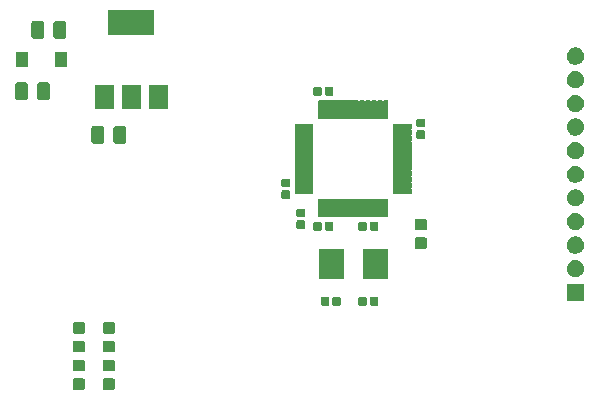
<source format=gbr>
G04 #@! TF.GenerationSoftware,KiCad,Pcbnew,(5.1.5-0-10_14)*
G04 #@! TF.CreationDate,2020-05-27T20:18:48+02:00*
G04 #@! TF.ProjectId,roxie-lcd,726f7869-652d-46c6-9364-2e6b69636164,rev?*
G04 #@! TF.SameCoordinates,Original*
G04 #@! TF.FileFunction,Soldermask,Top*
G04 #@! TF.FilePolarity,Negative*
%FSLAX46Y46*%
G04 Gerber Fmt 4.6, Leading zero omitted, Abs format (unit mm)*
G04 Created by KiCad (PCBNEW (5.1.5-0-10_14)) date 2020-05-27 20:18:48*
%MOMM*%
%LPD*%
G04 APERTURE LIST*
%ADD10C,0.100000*%
G04 APERTURE END LIST*
D10*
G36*
X46734591Y-55548085D02*
G01*
X46768569Y-55558393D01*
X46799890Y-55575134D01*
X46827339Y-55597661D01*
X46849866Y-55625110D01*
X46866607Y-55656431D01*
X46876915Y-55690409D01*
X46881000Y-55731890D01*
X46881000Y-56333110D01*
X46876915Y-56374591D01*
X46866607Y-56408569D01*
X46849866Y-56439890D01*
X46827339Y-56467339D01*
X46799890Y-56489866D01*
X46768569Y-56506607D01*
X46734591Y-56516915D01*
X46693110Y-56521000D01*
X46016890Y-56521000D01*
X45975409Y-56516915D01*
X45941431Y-56506607D01*
X45910110Y-56489866D01*
X45882661Y-56467339D01*
X45860134Y-56439890D01*
X45843393Y-56408569D01*
X45833085Y-56374591D01*
X45829000Y-56333110D01*
X45829000Y-55731890D01*
X45833085Y-55690409D01*
X45843393Y-55656431D01*
X45860134Y-55625110D01*
X45882661Y-55597661D01*
X45910110Y-55575134D01*
X45941431Y-55558393D01*
X45975409Y-55548085D01*
X46016890Y-55544000D01*
X46693110Y-55544000D01*
X46734591Y-55548085D01*
G37*
G36*
X44194591Y-55548085D02*
G01*
X44228569Y-55558393D01*
X44259890Y-55575134D01*
X44287339Y-55597661D01*
X44309866Y-55625110D01*
X44326607Y-55656431D01*
X44336915Y-55690409D01*
X44341000Y-55731890D01*
X44341000Y-56333110D01*
X44336915Y-56374591D01*
X44326607Y-56408569D01*
X44309866Y-56439890D01*
X44287339Y-56467339D01*
X44259890Y-56489866D01*
X44228569Y-56506607D01*
X44194591Y-56516915D01*
X44153110Y-56521000D01*
X43476890Y-56521000D01*
X43435409Y-56516915D01*
X43401431Y-56506607D01*
X43370110Y-56489866D01*
X43342661Y-56467339D01*
X43320134Y-56439890D01*
X43303393Y-56408569D01*
X43293085Y-56374591D01*
X43289000Y-56333110D01*
X43289000Y-55731890D01*
X43293085Y-55690409D01*
X43303393Y-55656431D01*
X43320134Y-55625110D01*
X43342661Y-55597661D01*
X43370110Y-55575134D01*
X43401431Y-55558393D01*
X43435409Y-55548085D01*
X43476890Y-55544000D01*
X44153110Y-55544000D01*
X44194591Y-55548085D01*
G37*
G36*
X46734591Y-53973085D02*
G01*
X46768569Y-53983393D01*
X46799890Y-54000134D01*
X46827339Y-54022661D01*
X46849866Y-54050110D01*
X46866607Y-54081431D01*
X46876915Y-54115409D01*
X46881000Y-54156890D01*
X46881000Y-54758110D01*
X46876915Y-54799591D01*
X46866607Y-54833569D01*
X46849866Y-54864890D01*
X46827339Y-54892339D01*
X46799890Y-54914866D01*
X46768569Y-54931607D01*
X46734591Y-54941915D01*
X46693110Y-54946000D01*
X46016890Y-54946000D01*
X45975409Y-54941915D01*
X45941431Y-54931607D01*
X45910110Y-54914866D01*
X45882661Y-54892339D01*
X45860134Y-54864890D01*
X45843393Y-54833569D01*
X45833085Y-54799591D01*
X45829000Y-54758110D01*
X45829000Y-54156890D01*
X45833085Y-54115409D01*
X45843393Y-54081431D01*
X45860134Y-54050110D01*
X45882661Y-54022661D01*
X45910110Y-54000134D01*
X45941431Y-53983393D01*
X45975409Y-53973085D01*
X46016890Y-53969000D01*
X46693110Y-53969000D01*
X46734591Y-53973085D01*
G37*
G36*
X44194591Y-53973085D02*
G01*
X44228569Y-53983393D01*
X44259890Y-54000134D01*
X44287339Y-54022661D01*
X44309866Y-54050110D01*
X44326607Y-54081431D01*
X44336915Y-54115409D01*
X44341000Y-54156890D01*
X44341000Y-54758110D01*
X44336915Y-54799591D01*
X44326607Y-54833569D01*
X44309866Y-54864890D01*
X44287339Y-54892339D01*
X44259890Y-54914866D01*
X44228569Y-54931607D01*
X44194591Y-54941915D01*
X44153110Y-54946000D01*
X43476890Y-54946000D01*
X43435409Y-54941915D01*
X43401431Y-54931607D01*
X43370110Y-54914866D01*
X43342661Y-54892339D01*
X43320134Y-54864890D01*
X43303393Y-54833569D01*
X43293085Y-54799591D01*
X43289000Y-54758110D01*
X43289000Y-54156890D01*
X43293085Y-54115409D01*
X43303393Y-54081431D01*
X43320134Y-54050110D01*
X43342661Y-54022661D01*
X43370110Y-54000134D01*
X43401431Y-53983393D01*
X43435409Y-53973085D01*
X43476890Y-53969000D01*
X44153110Y-53969000D01*
X44194591Y-53973085D01*
G37*
G36*
X46734591Y-52373085D02*
G01*
X46768569Y-52383393D01*
X46799890Y-52400134D01*
X46827339Y-52422661D01*
X46849866Y-52450110D01*
X46866607Y-52481431D01*
X46876915Y-52515409D01*
X46881000Y-52556890D01*
X46881000Y-53158110D01*
X46876915Y-53199591D01*
X46866607Y-53233569D01*
X46849866Y-53264890D01*
X46827339Y-53292339D01*
X46799890Y-53314866D01*
X46768569Y-53331607D01*
X46734591Y-53341915D01*
X46693110Y-53346000D01*
X46016890Y-53346000D01*
X45975409Y-53341915D01*
X45941431Y-53331607D01*
X45910110Y-53314866D01*
X45882661Y-53292339D01*
X45860134Y-53264890D01*
X45843393Y-53233569D01*
X45833085Y-53199591D01*
X45829000Y-53158110D01*
X45829000Y-52556890D01*
X45833085Y-52515409D01*
X45843393Y-52481431D01*
X45860134Y-52450110D01*
X45882661Y-52422661D01*
X45910110Y-52400134D01*
X45941431Y-52383393D01*
X45975409Y-52373085D01*
X46016890Y-52369000D01*
X46693110Y-52369000D01*
X46734591Y-52373085D01*
G37*
G36*
X44194591Y-52373085D02*
G01*
X44228569Y-52383393D01*
X44259890Y-52400134D01*
X44287339Y-52422661D01*
X44309866Y-52450110D01*
X44326607Y-52481431D01*
X44336915Y-52515409D01*
X44341000Y-52556890D01*
X44341000Y-53158110D01*
X44336915Y-53199591D01*
X44326607Y-53233569D01*
X44309866Y-53264890D01*
X44287339Y-53292339D01*
X44259890Y-53314866D01*
X44228569Y-53331607D01*
X44194591Y-53341915D01*
X44153110Y-53346000D01*
X43476890Y-53346000D01*
X43435409Y-53341915D01*
X43401431Y-53331607D01*
X43370110Y-53314866D01*
X43342661Y-53292339D01*
X43320134Y-53264890D01*
X43303393Y-53233569D01*
X43293085Y-53199591D01*
X43289000Y-53158110D01*
X43289000Y-52556890D01*
X43293085Y-52515409D01*
X43303393Y-52481431D01*
X43320134Y-52450110D01*
X43342661Y-52422661D01*
X43370110Y-52400134D01*
X43401431Y-52383393D01*
X43435409Y-52373085D01*
X43476890Y-52369000D01*
X44153110Y-52369000D01*
X44194591Y-52373085D01*
G37*
G36*
X46734591Y-50798085D02*
G01*
X46768569Y-50808393D01*
X46799890Y-50825134D01*
X46827339Y-50847661D01*
X46849866Y-50875110D01*
X46866607Y-50906431D01*
X46876915Y-50940409D01*
X46881000Y-50981890D01*
X46881000Y-51583110D01*
X46876915Y-51624591D01*
X46866607Y-51658569D01*
X46849866Y-51689890D01*
X46827339Y-51717339D01*
X46799890Y-51739866D01*
X46768569Y-51756607D01*
X46734591Y-51766915D01*
X46693110Y-51771000D01*
X46016890Y-51771000D01*
X45975409Y-51766915D01*
X45941431Y-51756607D01*
X45910110Y-51739866D01*
X45882661Y-51717339D01*
X45860134Y-51689890D01*
X45843393Y-51658569D01*
X45833085Y-51624591D01*
X45829000Y-51583110D01*
X45829000Y-50981890D01*
X45833085Y-50940409D01*
X45843393Y-50906431D01*
X45860134Y-50875110D01*
X45882661Y-50847661D01*
X45910110Y-50825134D01*
X45941431Y-50808393D01*
X45975409Y-50798085D01*
X46016890Y-50794000D01*
X46693110Y-50794000D01*
X46734591Y-50798085D01*
G37*
G36*
X44194591Y-50798085D02*
G01*
X44228569Y-50808393D01*
X44259890Y-50825134D01*
X44287339Y-50847661D01*
X44309866Y-50875110D01*
X44326607Y-50906431D01*
X44336915Y-50940409D01*
X44341000Y-50981890D01*
X44341000Y-51583110D01*
X44336915Y-51624591D01*
X44326607Y-51658569D01*
X44309866Y-51689890D01*
X44287339Y-51717339D01*
X44259890Y-51739866D01*
X44228569Y-51756607D01*
X44194591Y-51766915D01*
X44153110Y-51771000D01*
X43476890Y-51771000D01*
X43435409Y-51766915D01*
X43401431Y-51756607D01*
X43370110Y-51739866D01*
X43342661Y-51717339D01*
X43320134Y-51689890D01*
X43303393Y-51658569D01*
X43293085Y-51624591D01*
X43289000Y-51583110D01*
X43289000Y-50981890D01*
X43293085Y-50940409D01*
X43303393Y-50906431D01*
X43320134Y-50875110D01*
X43342661Y-50847661D01*
X43370110Y-50825134D01*
X43401431Y-50808393D01*
X43435409Y-50798085D01*
X43476890Y-50794000D01*
X44153110Y-50794000D01*
X44194591Y-50798085D01*
G37*
G36*
X64922938Y-48653716D02*
G01*
X64943557Y-48659971D01*
X64962553Y-48670124D01*
X64979208Y-48683792D01*
X64992876Y-48700447D01*
X65003029Y-48719443D01*
X65009284Y-48740062D01*
X65012000Y-48767640D01*
X65012000Y-49276360D01*
X65009284Y-49303938D01*
X65003029Y-49324557D01*
X64992876Y-49343553D01*
X64979208Y-49360208D01*
X64962553Y-49373876D01*
X64943557Y-49384029D01*
X64922938Y-49390284D01*
X64895360Y-49393000D01*
X64436640Y-49393000D01*
X64409062Y-49390284D01*
X64388443Y-49384029D01*
X64369447Y-49373876D01*
X64352792Y-49360208D01*
X64339124Y-49343553D01*
X64328971Y-49324557D01*
X64322716Y-49303938D01*
X64320000Y-49276360D01*
X64320000Y-48767640D01*
X64322716Y-48740062D01*
X64328971Y-48719443D01*
X64339124Y-48700447D01*
X64352792Y-48683792D01*
X64369447Y-48670124D01*
X64388443Y-48659971D01*
X64409062Y-48653716D01*
X64436640Y-48651000D01*
X64895360Y-48651000D01*
X64922938Y-48653716D01*
G37*
G36*
X65892938Y-48653716D02*
G01*
X65913557Y-48659971D01*
X65932553Y-48670124D01*
X65949208Y-48683792D01*
X65962876Y-48700447D01*
X65973029Y-48719443D01*
X65979284Y-48740062D01*
X65982000Y-48767640D01*
X65982000Y-49276360D01*
X65979284Y-49303938D01*
X65973029Y-49324557D01*
X65962876Y-49343553D01*
X65949208Y-49360208D01*
X65932553Y-49373876D01*
X65913557Y-49384029D01*
X65892938Y-49390284D01*
X65865360Y-49393000D01*
X65406640Y-49393000D01*
X65379062Y-49390284D01*
X65358443Y-49384029D01*
X65339447Y-49373876D01*
X65322792Y-49360208D01*
X65309124Y-49343553D01*
X65298971Y-49324557D01*
X65292716Y-49303938D01*
X65290000Y-49276360D01*
X65290000Y-48767640D01*
X65292716Y-48740062D01*
X65298971Y-48719443D01*
X65309124Y-48700447D01*
X65322792Y-48683792D01*
X65339447Y-48670124D01*
X65358443Y-48659971D01*
X65379062Y-48653716D01*
X65406640Y-48651000D01*
X65865360Y-48651000D01*
X65892938Y-48653716D01*
G37*
G36*
X69067938Y-48653716D02*
G01*
X69088557Y-48659971D01*
X69107553Y-48670124D01*
X69124208Y-48683792D01*
X69137876Y-48700447D01*
X69148029Y-48719443D01*
X69154284Y-48740062D01*
X69157000Y-48767640D01*
X69157000Y-49276360D01*
X69154284Y-49303938D01*
X69148029Y-49324557D01*
X69137876Y-49343553D01*
X69124208Y-49360208D01*
X69107553Y-49373876D01*
X69088557Y-49384029D01*
X69067938Y-49390284D01*
X69040360Y-49393000D01*
X68581640Y-49393000D01*
X68554062Y-49390284D01*
X68533443Y-49384029D01*
X68514447Y-49373876D01*
X68497792Y-49360208D01*
X68484124Y-49343553D01*
X68473971Y-49324557D01*
X68467716Y-49303938D01*
X68465000Y-49276360D01*
X68465000Y-48767640D01*
X68467716Y-48740062D01*
X68473971Y-48719443D01*
X68484124Y-48700447D01*
X68497792Y-48683792D01*
X68514447Y-48670124D01*
X68533443Y-48659971D01*
X68554062Y-48653716D01*
X68581640Y-48651000D01*
X69040360Y-48651000D01*
X69067938Y-48653716D01*
G37*
G36*
X68097938Y-48653716D02*
G01*
X68118557Y-48659971D01*
X68137553Y-48670124D01*
X68154208Y-48683792D01*
X68167876Y-48700447D01*
X68178029Y-48719443D01*
X68184284Y-48740062D01*
X68187000Y-48767640D01*
X68187000Y-49276360D01*
X68184284Y-49303938D01*
X68178029Y-49324557D01*
X68167876Y-49343553D01*
X68154208Y-49360208D01*
X68137553Y-49373876D01*
X68118557Y-49384029D01*
X68097938Y-49390284D01*
X68070360Y-49393000D01*
X67611640Y-49393000D01*
X67584062Y-49390284D01*
X67563443Y-49384029D01*
X67544447Y-49373876D01*
X67527792Y-49360208D01*
X67514124Y-49343553D01*
X67503971Y-49324557D01*
X67497716Y-49303938D01*
X67495000Y-49276360D01*
X67495000Y-48767640D01*
X67497716Y-48740062D01*
X67503971Y-48719443D01*
X67514124Y-48700447D01*
X67527792Y-48683792D01*
X67544447Y-48670124D01*
X67563443Y-48659971D01*
X67584062Y-48653716D01*
X67611640Y-48651000D01*
X68070360Y-48651000D01*
X68097938Y-48653716D01*
G37*
G36*
X86578000Y-48984000D02*
G01*
X85126000Y-48984000D01*
X85126000Y-47532000D01*
X86578000Y-47532000D01*
X86578000Y-48984000D01*
G37*
G36*
X69957000Y-47098000D02*
G01*
X67855000Y-47098000D01*
X67855000Y-44596000D01*
X69957000Y-44596000D01*
X69957000Y-47098000D01*
G37*
G36*
X66257000Y-47098000D02*
G01*
X64155000Y-47098000D01*
X64155000Y-44596000D01*
X66257000Y-44596000D01*
X66257000Y-47098000D01*
G37*
G36*
X86063766Y-45559899D02*
G01*
X86195888Y-45614626D01*
X86195890Y-45614627D01*
X86314798Y-45694079D01*
X86415921Y-45795202D01*
X86415922Y-45795204D01*
X86495374Y-45914112D01*
X86550101Y-46046234D01*
X86578000Y-46186494D01*
X86578000Y-46329506D01*
X86550101Y-46469766D01*
X86495374Y-46601888D01*
X86495373Y-46601890D01*
X86415921Y-46720798D01*
X86314798Y-46821921D01*
X86195890Y-46901373D01*
X86195889Y-46901374D01*
X86195888Y-46901374D01*
X86063766Y-46956101D01*
X85923506Y-46984000D01*
X85780494Y-46984000D01*
X85640234Y-46956101D01*
X85508112Y-46901374D01*
X85508111Y-46901374D01*
X85508110Y-46901373D01*
X85389202Y-46821921D01*
X85288079Y-46720798D01*
X85208627Y-46601890D01*
X85208626Y-46601888D01*
X85153899Y-46469766D01*
X85126000Y-46329506D01*
X85126000Y-46186494D01*
X85153899Y-46046234D01*
X85208626Y-45914112D01*
X85288078Y-45795204D01*
X85288079Y-45795202D01*
X85389202Y-45694079D01*
X85508110Y-45614627D01*
X85508112Y-45614626D01*
X85640234Y-45559899D01*
X85780494Y-45532000D01*
X85923506Y-45532000D01*
X86063766Y-45559899D01*
G37*
G36*
X86063766Y-43559899D02*
G01*
X86195888Y-43614626D01*
X86195890Y-43614627D01*
X86314798Y-43694079D01*
X86415921Y-43795202D01*
X86452703Y-43850250D01*
X86495374Y-43914112D01*
X86550101Y-44046234D01*
X86578000Y-44186494D01*
X86578000Y-44329506D01*
X86550101Y-44469766D01*
X86497813Y-44596000D01*
X86495373Y-44601890D01*
X86415921Y-44720798D01*
X86314798Y-44821921D01*
X86195890Y-44901373D01*
X86195889Y-44901374D01*
X86195888Y-44901374D01*
X86063766Y-44956101D01*
X85923506Y-44984000D01*
X85780494Y-44984000D01*
X85640234Y-44956101D01*
X85508112Y-44901374D01*
X85508111Y-44901374D01*
X85508110Y-44901373D01*
X85389202Y-44821921D01*
X85288079Y-44720798D01*
X85208627Y-44601890D01*
X85206187Y-44596000D01*
X85153899Y-44469766D01*
X85126000Y-44329506D01*
X85126000Y-44186494D01*
X85153899Y-44046234D01*
X85208626Y-43914112D01*
X85251297Y-43850250D01*
X85288079Y-43795202D01*
X85389202Y-43694079D01*
X85508110Y-43614627D01*
X85508112Y-43614626D01*
X85640234Y-43559899D01*
X85780494Y-43532000D01*
X85923506Y-43532000D01*
X86063766Y-43559899D01*
G37*
G36*
X73150591Y-43610085D02*
G01*
X73184569Y-43620393D01*
X73215890Y-43637134D01*
X73243339Y-43659661D01*
X73265866Y-43687110D01*
X73282607Y-43718431D01*
X73292915Y-43752409D01*
X73297000Y-43793890D01*
X73297000Y-44395110D01*
X73292915Y-44436591D01*
X73282607Y-44470569D01*
X73265866Y-44501890D01*
X73243339Y-44529339D01*
X73215890Y-44551866D01*
X73184569Y-44568607D01*
X73150591Y-44578915D01*
X73109110Y-44583000D01*
X72432890Y-44583000D01*
X72391409Y-44578915D01*
X72357431Y-44568607D01*
X72326110Y-44551866D01*
X72298661Y-44529339D01*
X72276134Y-44501890D01*
X72259393Y-44470569D01*
X72249085Y-44436591D01*
X72245000Y-44395110D01*
X72245000Y-43793890D01*
X72249085Y-43752409D01*
X72259393Y-43718431D01*
X72276134Y-43687110D01*
X72298661Y-43659661D01*
X72326110Y-43637134D01*
X72357431Y-43620393D01*
X72391409Y-43610085D01*
X72432890Y-43606000D01*
X73109110Y-43606000D01*
X73150591Y-43610085D01*
G37*
G36*
X64287938Y-42303716D02*
G01*
X64308557Y-42309971D01*
X64327553Y-42320124D01*
X64344208Y-42333792D01*
X64357876Y-42350447D01*
X64368029Y-42369443D01*
X64374284Y-42390062D01*
X64377000Y-42417640D01*
X64377000Y-42926360D01*
X64374284Y-42953938D01*
X64368029Y-42974557D01*
X64357876Y-42993553D01*
X64344208Y-43010208D01*
X64327553Y-43023876D01*
X64308557Y-43034029D01*
X64287938Y-43040284D01*
X64260360Y-43043000D01*
X63801640Y-43043000D01*
X63774062Y-43040284D01*
X63753443Y-43034029D01*
X63734447Y-43023876D01*
X63717792Y-43010208D01*
X63704124Y-42993553D01*
X63693971Y-42974557D01*
X63687716Y-42953938D01*
X63685000Y-42926360D01*
X63685000Y-42417640D01*
X63687716Y-42390062D01*
X63693971Y-42369443D01*
X63704124Y-42350447D01*
X63717792Y-42333792D01*
X63734447Y-42320124D01*
X63753443Y-42309971D01*
X63774062Y-42303716D01*
X63801640Y-42301000D01*
X64260360Y-42301000D01*
X64287938Y-42303716D01*
G37*
G36*
X65257938Y-42303716D02*
G01*
X65278557Y-42309971D01*
X65297553Y-42320124D01*
X65314208Y-42333792D01*
X65327876Y-42350447D01*
X65338029Y-42369443D01*
X65344284Y-42390062D01*
X65347000Y-42417640D01*
X65347000Y-42926360D01*
X65344284Y-42953938D01*
X65338029Y-42974557D01*
X65327876Y-42993553D01*
X65314208Y-43010208D01*
X65297553Y-43023876D01*
X65278557Y-43034029D01*
X65257938Y-43040284D01*
X65230360Y-43043000D01*
X64771640Y-43043000D01*
X64744062Y-43040284D01*
X64723443Y-43034029D01*
X64704447Y-43023876D01*
X64687792Y-43010208D01*
X64674124Y-42993553D01*
X64663971Y-42974557D01*
X64657716Y-42953938D01*
X64655000Y-42926360D01*
X64655000Y-42417640D01*
X64657716Y-42390062D01*
X64663971Y-42369443D01*
X64674124Y-42350447D01*
X64687792Y-42333792D01*
X64704447Y-42320124D01*
X64723443Y-42309971D01*
X64744062Y-42303716D01*
X64771640Y-42301000D01*
X65230360Y-42301000D01*
X65257938Y-42303716D01*
G37*
G36*
X68097938Y-42303716D02*
G01*
X68118557Y-42309971D01*
X68137553Y-42320124D01*
X68154208Y-42333792D01*
X68167876Y-42350447D01*
X68178029Y-42369443D01*
X68184284Y-42390062D01*
X68187000Y-42417640D01*
X68187000Y-42926360D01*
X68184284Y-42953938D01*
X68178029Y-42974557D01*
X68167876Y-42993553D01*
X68154208Y-43010208D01*
X68137553Y-43023876D01*
X68118557Y-43034029D01*
X68097938Y-43040284D01*
X68070360Y-43043000D01*
X67611640Y-43043000D01*
X67584062Y-43040284D01*
X67563443Y-43034029D01*
X67544447Y-43023876D01*
X67527792Y-43010208D01*
X67514124Y-42993553D01*
X67503971Y-42974557D01*
X67497716Y-42953938D01*
X67495000Y-42926360D01*
X67495000Y-42417640D01*
X67497716Y-42390062D01*
X67503971Y-42369443D01*
X67514124Y-42350447D01*
X67527792Y-42333792D01*
X67544447Y-42320124D01*
X67563443Y-42309971D01*
X67584062Y-42303716D01*
X67611640Y-42301000D01*
X68070360Y-42301000D01*
X68097938Y-42303716D01*
G37*
G36*
X69067938Y-42303716D02*
G01*
X69088557Y-42309971D01*
X69107553Y-42320124D01*
X69124208Y-42333792D01*
X69137876Y-42350447D01*
X69148029Y-42369443D01*
X69154284Y-42390062D01*
X69157000Y-42417640D01*
X69157000Y-42926360D01*
X69154284Y-42953938D01*
X69148029Y-42974557D01*
X69137876Y-42993553D01*
X69124208Y-43010208D01*
X69107553Y-43023876D01*
X69088557Y-43034029D01*
X69067938Y-43040284D01*
X69040360Y-43043000D01*
X68581640Y-43043000D01*
X68554062Y-43040284D01*
X68533443Y-43034029D01*
X68514447Y-43023876D01*
X68497792Y-43010208D01*
X68484124Y-42993553D01*
X68473971Y-42974557D01*
X68467716Y-42953938D01*
X68465000Y-42926360D01*
X68465000Y-42417640D01*
X68467716Y-42390062D01*
X68473971Y-42369443D01*
X68484124Y-42350447D01*
X68497792Y-42333792D01*
X68514447Y-42320124D01*
X68533443Y-42309971D01*
X68554062Y-42303716D01*
X68581640Y-42301000D01*
X69040360Y-42301000D01*
X69067938Y-42303716D01*
G37*
G36*
X73150591Y-42035085D02*
G01*
X73184569Y-42045393D01*
X73215890Y-42062134D01*
X73243339Y-42084661D01*
X73265866Y-42112110D01*
X73282607Y-42143431D01*
X73292915Y-42177409D01*
X73297000Y-42218890D01*
X73297000Y-42820110D01*
X73292915Y-42861591D01*
X73282607Y-42895569D01*
X73265866Y-42926890D01*
X73243339Y-42954339D01*
X73215890Y-42976866D01*
X73184569Y-42993607D01*
X73150591Y-43003915D01*
X73109110Y-43008000D01*
X72432890Y-43008000D01*
X72391409Y-43003915D01*
X72357431Y-42993607D01*
X72326110Y-42976866D01*
X72298661Y-42954339D01*
X72276134Y-42926890D01*
X72259393Y-42895569D01*
X72249085Y-42861591D01*
X72245000Y-42820110D01*
X72245000Y-42218890D01*
X72249085Y-42177409D01*
X72259393Y-42143431D01*
X72276134Y-42112110D01*
X72298661Y-42084661D01*
X72326110Y-42062134D01*
X72357431Y-42045393D01*
X72391409Y-42035085D01*
X72432890Y-42031000D01*
X73109110Y-42031000D01*
X73150591Y-42035085D01*
G37*
G36*
X86063766Y-41559899D02*
G01*
X86195888Y-41614626D01*
X86195890Y-41614627D01*
X86314798Y-41694079D01*
X86415921Y-41795202D01*
X86490000Y-41906069D01*
X86495374Y-41914112D01*
X86550101Y-42046234D01*
X86578000Y-42186494D01*
X86578000Y-42329506D01*
X86550101Y-42469766D01*
X86495374Y-42601888D01*
X86495373Y-42601890D01*
X86415921Y-42720798D01*
X86314798Y-42821921D01*
X86195890Y-42901373D01*
X86195889Y-42901374D01*
X86195888Y-42901374D01*
X86063766Y-42956101D01*
X85923506Y-42984000D01*
X85780494Y-42984000D01*
X85640234Y-42956101D01*
X85508112Y-42901374D01*
X85508111Y-42901374D01*
X85508110Y-42901373D01*
X85389202Y-42821921D01*
X85288079Y-42720798D01*
X85208627Y-42601890D01*
X85208626Y-42601888D01*
X85153899Y-42469766D01*
X85126000Y-42329506D01*
X85126000Y-42186494D01*
X85153899Y-42046234D01*
X85208626Y-41914112D01*
X85214000Y-41906069D01*
X85288079Y-41795202D01*
X85389202Y-41694079D01*
X85508110Y-41614627D01*
X85508112Y-41614626D01*
X85640234Y-41559899D01*
X85780494Y-41532000D01*
X85923506Y-41532000D01*
X86063766Y-41559899D01*
G37*
G36*
X62892938Y-42178716D02*
G01*
X62913557Y-42184971D01*
X62932553Y-42195124D01*
X62949208Y-42208792D01*
X62962876Y-42225447D01*
X62973029Y-42244443D01*
X62979284Y-42265062D01*
X62982000Y-42292640D01*
X62982000Y-42751360D01*
X62979284Y-42778938D01*
X62973029Y-42799557D01*
X62962876Y-42818553D01*
X62949208Y-42835208D01*
X62932553Y-42848876D01*
X62913557Y-42859029D01*
X62892938Y-42865284D01*
X62865360Y-42868000D01*
X62356640Y-42868000D01*
X62329062Y-42865284D01*
X62308443Y-42859029D01*
X62289447Y-42848876D01*
X62272792Y-42835208D01*
X62259124Y-42818553D01*
X62248971Y-42799557D01*
X62242716Y-42778938D01*
X62240000Y-42751360D01*
X62240000Y-42292640D01*
X62242716Y-42265062D01*
X62248971Y-42244443D01*
X62259124Y-42225447D01*
X62272792Y-42208792D01*
X62289447Y-42195124D01*
X62308443Y-42184971D01*
X62329062Y-42178716D01*
X62356640Y-42176000D01*
X62865360Y-42176000D01*
X62892938Y-42178716D01*
G37*
G36*
X64476295Y-40332323D02*
G01*
X64483309Y-40334451D01*
X64497077Y-40341810D01*
X64519716Y-40351187D01*
X64543749Y-40355967D01*
X64568253Y-40355967D01*
X64592286Y-40351186D01*
X64614923Y-40341810D01*
X64628691Y-40334451D01*
X64635705Y-40332323D01*
X64649140Y-40331000D01*
X64962860Y-40331000D01*
X64976295Y-40332323D01*
X64983309Y-40334451D01*
X64997077Y-40341810D01*
X65019716Y-40351187D01*
X65043749Y-40355967D01*
X65068253Y-40355967D01*
X65092286Y-40351186D01*
X65114923Y-40341810D01*
X65128691Y-40334451D01*
X65135705Y-40332323D01*
X65149140Y-40331000D01*
X65462860Y-40331000D01*
X65476295Y-40332323D01*
X65483309Y-40334451D01*
X65497077Y-40341810D01*
X65519716Y-40351187D01*
X65543749Y-40355967D01*
X65568253Y-40355967D01*
X65592286Y-40351186D01*
X65614923Y-40341810D01*
X65628691Y-40334451D01*
X65635705Y-40332323D01*
X65649140Y-40331000D01*
X65962860Y-40331000D01*
X65976295Y-40332323D01*
X65983309Y-40334451D01*
X65997077Y-40341810D01*
X66019716Y-40351187D01*
X66043749Y-40355967D01*
X66068253Y-40355967D01*
X66092286Y-40351186D01*
X66114923Y-40341810D01*
X66128691Y-40334451D01*
X66135705Y-40332323D01*
X66149140Y-40331000D01*
X66462860Y-40331000D01*
X66476295Y-40332323D01*
X66483309Y-40334451D01*
X66497077Y-40341810D01*
X66519716Y-40351187D01*
X66543749Y-40355967D01*
X66568253Y-40355967D01*
X66592286Y-40351186D01*
X66614923Y-40341810D01*
X66628691Y-40334451D01*
X66635705Y-40332323D01*
X66649140Y-40331000D01*
X66962860Y-40331000D01*
X66976295Y-40332323D01*
X66983309Y-40334451D01*
X66997077Y-40341810D01*
X67019716Y-40351187D01*
X67043749Y-40355967D01*
X67068253Y-40355967D01*
X67092286Y-40351186D01*
X67114923Y-40341810D01*
X67128691Y-40334451D01*
X67135705Y-40332323D01*
X67149140Y-40331000D01*
X67462860Y-40331000D01*
X67476295Y-40332323D01*
X67483309Y-40334451D01*
X67497077Y-40341810D01*
X67519716Y-40351187D01*
X67543749Y-40355967D01*
X67568253Y-40355967D01*
X67592286Y-40351186D01*
X67614923Y-40341810D01*
X67628691Y-40334451D01*
X67635705Y-40332323D01*
X67649140Y-40331000D01*
X67962860Y-40331000D01*
X67976295Y-40332323D01*
X67983309Y-40334451D01*
X67997077Y-40341810D01*
X68019716Y-40351187D01*
X68043749Y-40355967D01*
X68068253Y-40355967D01*
X68092286Y-40351186D01*
X68114923Y-40341810D01*
X68128691Y-40334451D01*
X68135705Y-40332323D01*
X68149140Y-40331000D01*
X68462860Y-40331000D01*
X68476295Y-40332323D01*
X68483309Y-40334451D01*
X68497077Y-40341810D01*
X68519716Y-40351187D01*
X68543749Y-40355967D01*
X68568253Y-40355967D01*
X68592286Y-40351186D01*
X68614923Y-40341810D01*
X68628691Y-40334451D01*
X68635705Y-40332323D01*
X68649140Y-40331000D01*
X68962860Y-40331000D01*
X68976295Y-40332323D01*
X68983309Y-40334451D01*
X68997077Y-40341810D01*
X69019716Y-40351187D01*
X69043749Y-40355967D01*
X69068253Y-40355967D01*
X69092286Y-40351186D01*
X69114923Y-40341810D01*
X69128691Y-40334451D01*
X69135705Y-40332323D01*
X69149140Y-40331000D01*
X69462860Y-40331000D01*
X69476295Y-40332323D01*
X69483309Y-40334451D01*
X69497077Y-40341810D01*
X69519716Y-40351187D01*
X69543749Y-40355967D01*
X69568253Y-40355967D01*
X69592286Y-40351186D01*
X69614923Y-40341810D01*
X69628691Y-40334451D01*
X69635705Y-40332323D01*
X69649140Y-40331000D01*
X69962860Y-40331000D01*
X69976295Y-40332323D01*
X69983310Y-40334451D01*
X69989776Y-40337908D01*
X69995442Y-40342558D01*
X70000092Y-40348224D01*
X70003549Y-40354690D01*
X70005677Y-40361705D01*
X70007000Y-40375140D01*
X70007000Y-41863860D01*
X70005677Y-41877295D01*
X70003549Y-41884310D01*
X70000092Y-41890776D01*
X69995442Y-41896442D01*
X69989776Y-41901092D01*
X69983310Y-41904549D01*
X69976295Y-41906677D01*
X69962860Y-41908000D01*
X69649140Y-41908000D01*
X69635705Y-41906677D01*
X69628691Y-41904549D01*
X69614923Y-41897190D01*
X69592284Y-41887813D01*
X69568251Y-41883033D01*
X69543747Y-41883033D01*
X69519714Y-41887814D01*
X69497077Y-41897190D01*
X69483309Y-41904549D01*
X69476295Y-41906677D01*
X69462860Y-41908000D01*
X69149140Y-41908000D01*
X69135705Y-41906677D01*
X69128691Y-41904549D01*
X69114923Y-41897190D01*
X69092284Y-41887813D01*
X69068251Y-41883033D01*
X69043747Y-41883033D01*
X69019714Y-41887814D01*
X68997077Y-41897190D01*
X68983309Y-41904549D01*
X68976295Y-41906677D01*
X68962860Y-41908000D01*
X68649140Y-41908000D01*
X68635705Y-41906677D01*
X68628691Y-41904549D01*
X68614923Y-41897190D01*
X68592284Y-41887813D01*
X68568251Y-41883033D01*
X68543747Y-41883033D01*
X68519714Y-41887814D01*
X68497077Y-41897190D01*
X68483309Y-41904549D01*
X68476295Y-41906677D01*
X68462860Y-41908000D01*
X68149140Y-41908000D01*
X68135705Y-41906677D01*
X68128691Y-41904549D01*
X68114923Y-41897190D01*
X68092284Y-41887813D01*
X68068251Y-41883033D01*
X68043747Y-41883033D01*
X68019714Y-41887814D01*
X67997077Y-41897190D01*
X67983309Y-41904549D01*
X67976295Y-41906677D01*
X67962860Y-41908000D01*
X67649140Y-41908000D01*
X67635705Y-41906677D01*
X67628691Y-41904549D01*
X67614923Y-41897190D01*
X67592284Y-41887813D01*
X67568251Y-41883033D01*
X67543747Y-41883033D01*
X67519714Y-41887814D01*
X67497077Y-41897190D01*
X67483309Y-41904549D01*
X67476295Y-41906677D01*
X67462860Y-41908000D01*
X67149140Y-41908000D01*
X67135705Y-41906677D01*
X67128691Y-41904549D01*
X67114923Y-41897190D01*
X67092284Y-41887813D01*
X67068251Y-41883033D01*
X67043747Y-41883033D01*
X67019714Y-41887814D01*
X66997077Y-41897190D01*
X66983309Y-41904549D01*
X66976295Y-41906677D01*
X66962860Y-41908000D01*
X66649140Y-41908000D01*
X66635705Y-41906677D01*
X66628691Y-41904549D01*
X66614923Y-41897190D01*
X66592284Y-41887813D01*
X66568251Y-41883033D01*
X66543747Y-41883033D01*
X66519714Y-41887814D01*
X66497077Y-41897190D01*
X66483309Y-41904549D01*
X66476295Y-41906677D01*
X66462860Y-41908000D01*
X66149140Y-41908000D01*
X66135705Y-41906677D01*
X66128691Y-41904549D01*
X66114923Y-41897190D01*
X66092284Y-41887813D01*
X66068251Y-41883033D01*
X66043747Y-41883033D01*
X66019714Y-41887814D01*
X65997077Y-41897190D01*
X65983309Y-41904549D01*
X65976295Y-41906677D01*
X65962860Y-41908000D01*
X65649140Y-41908000D01*
X65635705Y-41906677D01*
X65628691Y-41904549D01*
X65614923Y-41897190D01*
X65592284Y-41887813D01*
X65568251Y-41883033D01*
X65543747Y-41883033D01*
X65519714Y-41887814D01*
X65497077Y-41897190D01*
X65483309Y-41904549D01*
X65476295Y-41906677D01*
X65462860Y-41908000D01*
X65149140Y-41908000D01*
X65135705Y-41906677D01*
X65128691Y-41904549D01*
X65114923Y-41897190D01*
X65092284Y-41887813D01*
X65068251Y-41883033D01*
X65043747Y-41883033D01*
X65019714Y-41887814D01*
X64997077Y-41897190D01*
X64983309Y-41904549D01*
X64976295Y-41906677D01*
X64962860Y-41908000D01*
X64649140Y-41908000D01*
X64635705Y-41906677D01*
X64628691Y-41904549D01*
X64614923Y-41897190D01*
X64592284Y-41887813D01*
X64568251Y-41883033D01*
X64543747Y-41883033D01*
X64519714Y-41887814D01*
X64497077Y-41897190D01*
X64483309Y-41904549D01*
X64476295Y-41906677D01*
X64462860Y-41908000D01*
X64149140Y-41908000D01*
X64135705Y-41906677D01*
X64128690Y-41904549D01*
X64122224Y-41901092D01*
X64116558Y-41896442D01*
X64111908Y-41890776D01*
X64108451Y-41884310D01*
X64106323Y-41877295D01*
X64105000Y-41863860D01*
X64105000Y-40375140D01*
X64106323Y-40361705D01*
X64108451Y-40354690D01*
X64111908Y-40348224D01*
X64116558Y-40342558D01*
X64122224Y-40337908D01*
X64128690Y-40334451D01*
X64135705Y-40332323D01*
X64149140Y-40331000D01*
X64462860Y-40331000D01*
X64476295Y-40332323D01*
G37*
G36*
X62892938Y-41208716D02*
G01*
X62913557Y-41214971D01*
X62932553Y-41225124D01*
X62949208Y-41238792D01*
X62962876Y-41255447D01*
X62973029Y-41274443D01*
X62979284Y-41295062D01*
X62982000Y-41322640D01*
X62982000Y-41781360D01*
X62979284Y-41808938D01*
X62973029Y-41829557D01*
X62962876Y-41848553D01*
X62949208Y-41865208D01*
X62932553Y-41878876D01*
X62913557Y-41889029D01*
X62892938Y-41895284D01*
X62865360Y-41898000D01*
X62356640Y-41898000D01*
X62329062Y-41895284D01*
X62308443Y-41889029D01*
X62289447Y-41878876D01*
X62272792Y-41865208D01*
X62259124Y-41848553D01*
X62248971Y-41829557D01*
X62242716Y-41808938D01*
X62240000Y-41781360D01*
X62240000Y-41322640D01*
X62242716Y-41295062D01*
X62248971Y-41274443D01*
X62259124Y-41255447D01*
X62272792Y-41238792D01*
X62289447Y-41225124D01*
X62308443Y-41214971D01*
X62329062Y-41208716D01*
X62356640Y-41206000D01*
X62865360Y-41206000D01*
X62892938Y-41208716D01*
G37*
G36*
X86063766Y-39559899D02*
G01*
X86195888Y-39614626D01*
X86195890Y-39614627D01*
X86314798Y-39694079D01*
X86415921Y-39795202D01*
X86490000Y-39906069D01*
X86495374Y-39914112D01*
X86550101Y-40046234D01*
X86578000Y-40186494D01*
X86578000Y-40329506D01*
X86550101Y-40469766D01*
X86495374Y-40601888D01*
X86495373Y-40601890D01*
X86415921Y-40720798D01*
X86314798Y-40821921D01*
X86195890Y-40901373D01*
X86195889Y-40901374D01*
X86195888Y-40901374D01*
X86063766Y-40956101D01*
X85923506Y-40984000D01*
X85780494Y-40984000D01*
X85640234Y-40956101D01*
X85508112Y-40901374D01*
X85508111Y-40901374D01*
X85508110Y-40901373D01*
X85389202Y-40821921D01*
X85288079Y-40720798D01*
X85208627Y-40601890D01*
X85208626Y-40601888D01*
X85153899Y-40469766D01*
X85126000Y-40329506D01*
X85126000Y-40186494D01*
X85153899Y-40046234D01*
X85208626Y-39914112D01*
X85214000Y-39906069D01*
X85288079Y-39795202D01*
X85389202Y-39694079D01*
X85508110Y-39614627D01*
X85508112Y-39614626D01*
X85640234Y-39559899D01*
X85780494Y-39532000D01*
X85923506Y-39532000D01*
X86063766Y-39559899D01*
G37*
G36*
X61622938Y-39638716D02*
G01*
X61643557Y-39644971D01*
X61662553Y-39655124D01*
X61679208Y-39668792D01*
X61692876Y-39685447D01*
X61703029Y-39704443D01*
X61709284Y-39725062D01*
X61712000Y-39752640D01*
X61712000Y-40211360D01*
X61709284Y-40238938D01*
X61703029Y-40259557D01*
X61692876Y-40278553D01*
X61679208Y-40295208D01*
X61662553Y-40308876D01*
X61643557Y-40319029D01*
X61622938Y-40325284D01*
X61595360Y-40328000D01*
X61086640Y-40328000D01*
X61059062Y-40325284D01*
X61038443Y-40319029D01*
X61019447Y-40308876D01*
X61002792Y-40295208D01*
X60989124Y-40278553D01*
X60978971Y-40259557D01*
X60972716Y-40238938D01*
X60970000Y-40211360D01*
X60970000Y-39752640D01*
X60972716Y-39725062D01*
X60978971Y-39704443D01*
X60989124Y-39685447D01*
X61002792Y-39668792D01*
X61019447Y-39655124D01*
X61038443Y-39644971D01*
X61059062Y-39638716D01*
X61086640Y-39636000D01*
X61595360Y-39636000D01*
X61622938Y-39638716D01*
G37*
G36*
X63651295Y-34007323D02*
G01*
X63658310Y-34009451D01*
X63664776Y-34012908D01*
X63670442Y-34017558D01*
X63675092Y-34023224D01*
X63678549Y-34029690D01*
X63680677Y-34036705D01*
X63682000Y-34050140D01*
X63682000Y-34363860D01*
X63680677Y-34377295D01*
X63678549Y-34384309D01*
X63671190Y-34398077D01*
X63661813Y-34420716D01*
X63657033Y-34444749D01*
X63657033Y-34469253D01*
X63661814Y-34493286D01*
X63671190Y-34515923D01*
X63678549Y-34529691D01*
X63680677Y-34536705D01*
X63682000Y-34550140D01*
X63682000Y-34863860D01*
X63680677Y-34877295D01*
X63678549Y-34884309D01*
X63671190Y-34898077D01*
X63661813Y-34920716D01*
X63657033Y-34944749D01*
X63657033Y-34969253D01*
X63661814Y-34993286D01*
X63671190Y-35015923D01*
X63678549Y-35029691D01*
X63680677Y-35036705D01*
X63682000Y-35050140D01*
X63682000Y-35363860D01*
X63680677Y-35377295D01*
X63678549Y-35384309D01*
X63671190Y-35398077D01*
X63661813Y-35420716D01*
X63657033Y-35444749D01*
X63657033Y-35469253D01*
X63661814Y-35493286D01*
X63671190Y-35515923D01*
X63678549Y-35529691D01*
X63680677Y-35536705D01*
X63682000Y-35550140D01*
X63682000Y-35863860D01*
X63680677Y-35877295D01*
X63678549Y-35884309D01*
X63671190Y-35898077D01*
X63661813Y-35920716D01*
X63657033Y-35944749D01*
X63657033Y-35969253D01*
X63661814Y-35993286D01*
X63671190Y-36015923D01*
X63678549Y-36029691D01*
X63680677Y-36036705D01*
X63682000Y-36050140D01*
X63682000Y-36363860D01*
X63680677Y-36377295D01*
X63678549Y-36384309D01*
X63671190Y-36398077D01*
X63661813Y-36420716D01*
X63657033Y-36444749D01*
X63657033Y-36469253D01*
X63661814Y-36493286D01*
X63671190Y-36515923D01*
X63678549Y-36529691D01*
X63680677Y-36536705D01*
X63682000Y-36550140D01*
X63682000Y-36863860D01*
X63680677Y-36877295D01*
X63678549Y-36884309D01*
X63671190Y-36898077D01*
X63661813Y-36920716D01*
X63657033Y-36944749D01*
X63657033Y-36969253D01*
X63661814Y-36993286D01*
X63671190Y-37015923D01*
X63678549Y-37029691D01*
X63680677Y-37036705D01*
X63682000Y-37050140D01*
X63682000Y-37363860D01*
X63680677Y-37377295D01*
X63678549Y-37384309D01*
X63671190Y-37398077D01*
X63661813Y-37420716D01*
X63657033Y-37444749D01*
X63657033Y-37469253D01*
X63661814Y-37493286D01*
X63671190Y-37515923D01*
X63678549Y-37529691D01*
X63680677Y-37536705D01*
X63682000Y-37550140D01*
X63682000Y-37863860D01*
X63680677Y-37877295D01*
X63678549Y-37884309D01*
X63671190Y-37898077D01*
X63661813Y-37920716D01*
X63657033Y-37944749D01*
X63657033Y-37969253D01*
X63661814Y-37993286D01*
X63671190Y-38015923D01*
X63678549Y-38029691D01*
X63680677Y-38036705D01*
X63682000Y-38050140D01*
X63682000Y-38363860D01*
X63680677Y-38377295D01*
X63678549Y-38384309D01*
X63671190Y-38398077D01*
X63661813Y-38420716D01*
X63657033Y-38444749D01*
X63657033Y-38469253D01*
X63661814Y-38493286D01*
X63671190Y-38515923D01*
X63678549Y-38529691D01*
X63680677Y-38536705D01*
X63682000Y-38550140D01*
X63682000Y-38863860D01*
X63680677Y-38877295D01*
X63678549Y-38884309D01*
X63671190Y-38898077D01*
X63661813Y-38920716D01*
X63657033Y-38944749D01*
X63657033Y-38969253D01*
X63661814Y-38993286D01*
X63671190Y-39015923D01*
X63678549Y-39029691D01*
X63680677Y-39036705D01*
X63682000Y-39050140D01*
X63682000Y-39363860D01*
X63680677Y-39377295D01*
X63678549Y-39384309D01*
X63671190Y-39398077D01*
X63661813Y-39420716D01*
X63657033Y-39444749D01*
X63657033Y-39469253D01*
X63661814Y-39493286D01*
X63671190Y-39515923D01*
X63678549Y-39529691D01*
X63680677Y-39536705D01*
X63682000Y-39550140D01*
X63682000Y-39863860D01*
X63680677Y-39877295D01*
X63678549Y-39884310D01*
X63675092Y-39890776D01*
X63670442Y-39896442D01*
X63664776Y-39901092D01*
X63658310Y-39904549D01*
X63651295Y-39906677D01*
X63637860Y-39908000D01*
X62149140Y-39908000D01*
X62135705Y-39906677D01*
X62128690Y-39904549D01*
X62122224Y-39901092D01*
X62116558Y-39896442D01*
X62111908Y-39890776D01*
X62108451Y-39884310D01*
X62106323Y-39877295D01*
X62105000Y-39863860D01*
X62105000Y-39550140D01*
X62106323Y-39536705D01*
X62108451Y-39529691D01*
X62115810Y-39515923D01*
X62125187Y-39493284D01*
X62129967Y-39469251D01*
X62129967Y-39444747D01*
X62125186Y-39420714D01*
X62115810Y-39398077D01*
X62108451Y-39384309D01*
X62106323Y-39377295D01*
X62105000Y-39363860D01*
X62105000Y-39050140D01*
X62106323Y-39036705D01*
X62108451Y-39029691D01*
X62115810Y-39015923D01*
X62125187Y-38993284D01*
X62129967Y-38969251D01*
X62129967Y-38944747D01*
X62125186Y-38920714D01*
X62115810Y-38898077D01*
X62108451Y-38884309D01*
X62106323Y-38877295D01*
X62105000Y-38863860D01*
X62105000Y-38550140D01*
X62106323Y-38536705D01*
X62108451Y-38529691D01*
X62115810Y-38515923D01*
X62125187Y-38493284D01*
X62129967Y-38469251D01*
X62129967Y-38444747D01*
X62125186Y-38420714D01*
X62115810Y-38398077D01*
X62108451Y-38384309D01*
X62106323Y-38377295D01*
X62105000Y-38363860D01*
X62105000Y-38050140D01*
X62106323Y-38036705D01*
X62108451Y-38029691D01*
X62115810Y-38015923D01*
X62125187Y-37993284D01*
X62129967Y-37969251D01*
X62129967Y-37944747D01*
X62125186Y-37920714D01*
X62115810Y-37898077D01*
X62108451Y-37884309D01*
X62106323Y-37877295D01*
X62105000Y-37863860D01*
X62105000Y-37550140D01*
X62106323Y-37536705D01*
X62108451Y-37529691D01*
X62115810Y-37515923D01*
X62125187Y-37493284D01*
X62129967Y-37469251D01*
X62129967Y-37444747D01*
X62125186Y-37420714D01*
X62115810Y-37398077D01*
X62108451Y-37384309D01*
X62106323Y-37377295D01*
X62105000Y-37363860D01*
X62105000Y-37050140D01*
X62106323Y-37036705D01*
X62108451Y-37029691D01*
X62115810Y-37015923D01*
X62125187Y-36993284D01*
X62129967Y-36969251D01*
X62129967Y-36944747D01*
X62125186Y-36920714D01*
X62115810Y-36898077D01*
X62108451Y-36884309D01*
X62106323Y-36877295D01*
X62105000Y-36863860D01*
X62105000Y-36550140D01*
X62106323Y-36536705D01*
X62108451Y-36529691D01*
X62115810Y-36515923D01*
X62125187Y-36493284D01*
X62129967Y-36469251D01*
X62129967Y-36444747D01*
X62125186Y-36420714D01*
X62115810Y-36398077D01*
X62108451Y-36384309D01*
X62106323Y-36377295D01*
X62105000Y-36363860D01*
X62105000Y-36050140D01*
X62106323Y-36036705D01*
X62108451Y-36029691D01*
X62115810Y-36015923D01*
X62125187Y-35993284D01*
X62129967Y-35969251D01*
X62129967Y-35944747D01*
X62125186Y-35920714D01*
X62115810Y-35898077D01*
X62108451Y-35884309D01*
X62106323Y-35877295D01*
X62105000Y-35863860D01*
X62105000Y-35550140D01*
X62106323Y-35536705D01*
X62108451Y-35529691D01*
X62115810Y-35515923D01*
X62125187Y-35493284D01*
X62129967Y-35469251D01*
X62129967Y-35444747D01*
X62125186Y-35420714D01*
X62115810Y-35398077D01*
X62108451Y-35384309D01*
X62106323Y-35377295D01*
X62105000Y-35363860D01*
X62105000Y-35050140D01*
X62106323Y-35036705D01*
X62108451Y-35029691D01*
X62115810Y-35015923D01*
X62125187Y-34993284D01*
X62129967Y-34969251D01*
X62129967Y-34944747D01*
X62125186Y-34920714D01*
X62115810Y-34898077D01*
X62108451Y-34884309D01*
X62106323Y-34877295D01*
X62105000Y-34863860D01*
X62105000Y-34550140D01*
X62106323Y-34536705D01*
X62108451Y-34529691D01*
X62115810Y-34515923D01*
X62125187Y-34493284D01*
X62129967Y-34469251D01*
X62129967Y-34444747D01*
X62125186Y-34420714D01*
X62115810Y-34398077D01*
X62108451Y-34384309D01*
X62106323Y-34377295D01*
X62105000Y-34363860D01*
X62105000Y-34050140D01*
X62106323Y-34036705D01*
X62108451Y-34029690D01*
X62111908Y-34023224D01*
X62116558Y-34017558D01*
X62122224Y-34012908D01*
X62128690Y-34009451D01*
X62135705Y-34007323D01*
X62149140Y-34006000D01*
X63637860Y-34006000D01*
X63651295Y-34007323D01*
G37*
G36*
X71976295Y-34007323D02*
G01*
X71983310Y-34009451D01*
X71989776Y-34012908D01*
X71995442Y-34017558D01*
X72000092Y-34023224D01*
X72003549Y-34029690D01*
X72005677Y-34036705D01*
X72007000Y-34050140D01*
X72007000Y-34363860D01*
X72005677Y-34377295D01*
X72003549Y-34384309D01*
X71996190Y-34398077D01*
X71986813Y-34420716D01*
X71982033Y-34444749D01*
X71982033Y-34469253D01*
X71986814Y-34493286D01*
X71996190Y-34515923D01*
X72003549Y-34529691D01*
X72005677Y-34536705D01*
X72007000Y-34550140D01*
X72007000Y-34863860D01*
X72005677Y-34877295D01*
X72003549Y-34884309D01*
X71996190Y-34898077D01*
X71986813Y-34920716D01*
X71982033Y-34944749D01*
X71982033Y-34969253D01*
X71986814Y-34993286D01*
X71996190Y-35015923D01*
X72003549Y-35029691D01*
X72005677Y-35036705D01*
X72007000Y-35050140D01*
X72007000Y-35363860D01*
X72005677Y-35377295D01*
X72003549Y-35384309D01*
X71996190Y-35398077D01*
X71986813Y-35420716D01*
X71982033Y-35444749D01*
X71982033Y-35469253D01*
X71986814Y-35493286D01*
X71996190Y-35515923D01*
X72003549Y-35529691D01*
X72005677Y-35536705D01*
X72007000Y-35550140D01*
X72007000Y-35863860D01*
X72005677Y-35877295D01*
X72003549Y-35884309D01*
X71996190Y-35898077D01*
X71986813Y-35920716D01*
X71982033Y-35944749D01*
X71982033Y-35969253D01*
X71986814Y-35993286D01*
X71996190Y-36015923D01*
X72003549Y-36029691D01*
X72005677Y-36036705D01*
X72007000Y-36050140D01*
X72007000Y-36363860D01*
X72005677Y-36377295D01*
X72003549Y-36384309D01*
X71996190Y-36398077D01*
X71986813Y-36420716D01*
X71982033Y-36444749D01*
X71982033Y-36469253D01*
X71986814Y-36493286D01*
X71996190Y-36515923D01*
X72003549Y-36529691D01*
X72005677Y-36536705D01*
X72007000Y-36550140D01*
X72007000Y-36863860D01*
X72005677Y-36877295D01*
X72003549Y-36884309D01*
X71996190Y-36898077D01*
X71986813Y-36920716D01*
X71982033Y-36944749D01*
X71982033Y-36969253D01*
X71986814Y-36993286D01*
X71996190Y-37015923D01*
X72003549Y-37029691D01*
X72005677Y-37036705D01*
X72007000Y-37050140D01*
X72007000Y-37363860D01*
X72005677Y-37377295D01*
X72003549Y-37384309D01*
X71996190Y-37398077D01*
X71986813Y-37420716D01*
X71982033Y-37444749D01*
X71982033Y-37469253D01*
X71986814Y-37493286D01*
X71996190Y-37515923D01*
X72003549Y-37529691D01*
X72005677Y-37536705D01*
X72007000Y-37550140D01*
X72007000Y-37863860D01*
X72005677Y-37877295D01*
X72003549Y-37884309D01*
X71996190Y-37898077D01*
X71986813Y-37920716D01*
X71982033Y-37944749D01*
X71982033Y-37969253D01*
X71986814Y-37993286D01*
X71996190Y-38015923D01*
X72003549Y-38029691D01*
X72005677Y-38036705D01*
X72007000Y-38050140D01*
X72007000Y-38363860D01*
X72005677Y-38377295D01*
X72003549Y-38384309D01*
X71996190Y-38398077D01*
X71986813Y-38420716D01*
X71982033Y-38444749D01*
X71982033Y-38469253D01*
X71986814Y-38493286D01*
X71996190Y-38515923D01*
X72003549Y-38529691D01*
X72005677Y-38536705D01*
X72007000Y-38550140D01*
X72007000Y-38863860D01*
X72005677Y-38877295D01*
X72003549Y-38884309D01*
X71996190Y-38898077D01*
X71986813Y-38920716D01*
X71982033Y-38944749D01*
X71982033Y-38969253D01*
X71986814Y-38993286D01*
X71996190Y-39015923D01*
X72003549Y-39029691D01*
X72005677Y-39036705D01*
X72007000Y-39050140D01*
X72007000Y-39363860D01*
X72005677Y-39377295D01*
X72003549Y-39384309D01*
X71996190Y-39398077D01*
X71986813Y-39420716D01*
X71982033Y-39444749D01*
X71982033Y-39469253D01*
X71986814Y-39493286D01*
X71996190Y-39515923D01*
X72003549Y-39529691D01*
X72005677Y-39536705D01*
X72007000Y-39550140D01*
X72007000Y-39863860D01*
X72005677Y-39877295D01*
X72003549Y-39884310D01*
X72000092Y-39890776D01*
X71995442Y-39896442D01*
X71989776Y-39901092D01*
X71983310Y-39904549D01*
X71976295Y-39906677D01*
X71962860Y-39908000D01*
X70474140Y-39908000D01*
X70460705Y-39906677D01*
X70453690Y-39904549D01*
X70447224Y-39901092D01*
X70441558Y-39896442D01*
X70436908Y-39890776D01*
X70433451Y-39884310D01*
X70431323Y-39877295D01*
X70430000Y-39863860D01*
X70430000Y-39550140D01*
X70431323Y-39536705D01*
X70433451Y-39529691D01*
X70440810Y-39515923D01*
X70450187Y-39493284D01*
X70454967Y-39469251D01*
X70454967Y-39444747D01*
X70450186Y-39420714D01*
X70440810Y-39398077D01*
X70433451Y-39384309D01*
X70431323Y-39377295D01*
X70430000Y-39363860D01*
X70430000Y-39050140D01*
X70431323Y-39036705D01*
X70433451Y-39029691D01*
X70440810Y-39015923D01*
X70450187Y-38993284D01*
X70454967Y-38969251D01*
X70454967Y-38944747D01*
X70450186Y-38920714D01*
X70440810Y-38898077D01*
X70433451Y-38884309D01*
X70431323Y-38877295D01*
X70430000Y-38863860D01*
X70430000Y-38550140D01*
X70431323Y-38536705D01*
X70433451Y-38529691D01*
X70440810Y-38515923D01*
X70450187Y-38493284D01*
X70454967Y-38469251D01*
X70454967Y-38444747D01*
X70450186Y-38420714D01*
X70440810Y-38398077D01*
X70433451Y-38384309D01*
X70431323Y-38377295D01*
X70430000Y-38363860D01*
X70430000Y-38050140D01*
X70431323Y-38036705D01*
X70433451Y-38029691D01*
X70440810Y-38015923D01*
X70450187Y-37993284D01*
X70454967Y-37969251D01*
X70454967Y-37944747D01*
X70450186Y-37920714D01*
X70440810Y-37898077D01*
X70433451Y-37884309D01*
X70431323Y-37877295D01*
X70430000Y-37863860D01*
X70430000Y-37550140D01*
X70431323Y-37536705D01*
X70433451Y-37529691D01*
X70440810Y-37515923D01*
X70450187Y-37493284D01*
X70454967Y-37469251D01*
X70454967Y-37444747D01*
X70450186Y-37420714D01*
X70440810Y-37398077D01*
X70433451Y-37384309D01*
X70431323Y-37377295D01*
X70430000Y-37363860D01*
X70430000Y-37050140D01*
X70431323Y-37036705D01*
X70433451Y-37029691D01*
X70440810Y-37015923D01*
X70450187Y-36993284D01*
X70454967Y-36969251D01*
X70454967Y-36944747D01*
X70450186Y-36920714D01*
X70440810Y-36898077D01*
X70433451Y-36884309D01*
X70431323Y-36877295D01*
X70430000Y-36863860D01*
X70430000Y-36550140D01*
X70431323Y-36536705D01*
X70433451Y-36529691D01*
X70440810Y-36515923D01*
X70450187Y-36493284D01*
X70454967Y-36469251D01*
X70454967Y-36444747D01*
X70450186Y-36420714D01*
X70440810Y-36398077D01*
X70433451Y-36384309D01*
X70431323Y-36377295D01*
X70430000Y-36363860D01*
X70430000Y-36050140D01*
X70431323Y-36036705D01*
X70433451Y-36029691D01*
X70440810Y-36015923D01*
X70450187Y-35993284D01*
X70454967Y-35969251D01*
X70454967Y-35944747D01*
X70450186Y-35920714D01*
X70440810Y-35898077D01*
X70433451Y-35884309D01*
X70431323Y-35877295D01*
X70430000Y-35863860D01*
X70430000Y-35550140D01*
X70431323Y-35536705D01*
X70433451Y-35529691D01*
X70440810Y-35515923D01*
X70450187Y-35493284D01*
X70454967Y-35469251D01*
X70454967Y-35444747D01*
X70450186Y-35420714D01*
X70440810Y-35398077D01*
X70433451Y-35384309D01*
X70431323Y-35377295D01*
X70430000Y-35363860D01*
X70430000Y-35050140D01*
X70431323Y-35036705D01*
X70433451Y-35029691D01*
X70440810Y-35015923D01*
X70450187Y-34993284D01*
X70454967Y-34969251D01*
X70454967Y-34944747D01*
X70450186Y-34920714D01*
X70440810Y-34898077D01*
X70433451Y-34884309D01*
X70431323Y-34877295D01*
X70430000Y-34863860D01*
X70430000Y-34550140D01*
X70431323Y-34536705D01*
X70433451Y-34529691D01*
X70440810Y-34515923D01*
X70450187Y-34493284D01*
X70454967Y-34469251D01*
X70454967Y-34444747D01*
X70450186Y-34420714D01*
X70440810Y-34398077D01*
X70433451Y-34384309D01*
X70431323Y-34377295D01*
X70430000Y-34363860D01*
X70430000Y-34050140D01*
X70431323Y-34036705D01*
X70433451Y-34029690D01*
X70436908Y-34023224D01*
X70441558Y-34017558D01*
X70447224Y-34012908D01*
X70453690Y-34009451D01*
X70460705Y-34007323D01*
X70474140Y-34006000D01*
X71962860Y-34006000D01*
X71976295Y-34007323D01*
G37*
G36*
X61622938Y-38668716D02*
G01*
X61643557Y-38674971D01*
X61662553Y-38685124D01*
X61679208Y-38698792D01*
X61692876Y-38715447D01*
X61703029Y-38734443D01*
X61709284Y-38755062D01*
X61712000Y-38782640D01*
X61712000Y-39241360D01*
X61709284Y-39268938D01*
X61703029Y-39289557D01*
X61692876Y-39308553D01*
X61679208Y-39325208D01*
X61662553Y-39338876D01*
X61643557Y-39349029D01*
X61622938Y-39355284D01*
X61595360Y-39358000D01*
X61086640Y-39358000D01*
X61059062Y-39355284D01*
X61038443Y-39349029D01*
X61019447Y-39338876D01*
X61002792Y-39325208D01*
X60989124Y-39308553D01*
X60978971Y-39289557D01*
X60972716Y-39268938D01*
X60970000Y-39241360D01*
X60970000Y-38782640D01*
X60972716Y-38755062D01*
X60978971Y-38734443D01*
X60989124Y-38715447D01*
X61002792Y-38698792D01*
X61019447Y-38685124D01*
X61038443Y-38674971D01*
X61059062Y-38668716D01*
X61086640Y-38666000D01*
X61595360Y-38666000D01*
X61622938Y-38668716D01*
G37*
G36*
X86063766Y-37559899D02*
G01*
X86195888Y-37614626D01*
X86195890Y-37614627D01*
X86314798Y-37694079D01*
X86415921Y-37795202D01*
X86479973Y-37891063D01*
X86495374Y-37914112D01*
X86550101Y-38046234D01*
X86578000Y-38186494D01*
X86578000Y-38329506D01*
X86550101Y-38469766D01*
X86516591Y-38550665D01*
X86495373Y-38601890D01*
X86415921Y-38720798D01*
X86314798Y-38821921D01*
X86195890Y-38901373D01*
X86195889Y-38901374D01*
X86195888Y-38901374D01*
X86063766Y-38956101D01*
X85923506Y-38984000D01*
X85780494Y-38984000D01*
X85640234Y-38956101D01*
X85508112Y-38901374D01*
X85508111Y-38901374D01*
X85508110Y-38901373D01*
X85389202Y-38821921D01*
X85288079Y-38720798D01*
X85208627Y-38601890D01*
X85187409Y-38550665D01*
X85153899Y-38469766D01*
X85126000Y-38329506D01*
X85126000Y-38186494D01*
X85153899Y-38046234D01*
X85208626Y-37914112D01*
X85224027Y-37891063D01*
X85288079Y-37795202D01*
X85389202Y-37694079D01*
X85508110Y-37614627D01*
X85508112Y-37614626D01*
X85640234Y-37559899D01*
X85780494Y-37532000D01*
X85923506Y-37532000D01*
X86063766Y-37559899D01*
G37*
G36*
X86063766Y-35559899D02*
G01*
X86195888Y-35614626D01*
X86195890Y-35614627D01*
X86314798Y-35694079D01*
X86415921Y-35795202D01*
X86479973Y-35891063D01*
X86495374Y-35914112D01*
X86550101Y-36046234D01*
X86578000Y-36186494D01*
X86578000Y-36329506D01*
X86550101Y-36469766D01*
X86516591Y-36550665D01*
X86495373Y-36601890D01*
X86415921Y-36720798D01*
X86314798Y-36821921D01*
X86195890Y-36901373D01*
X86195889Y-36901374D01*
X86195888Y-36901374D01*
X86063766Y-36956101D01*
X85923506Y-36984000D01*
X85780494Y-36984000D01*
X85640234Y-36956101D01*
X85508112Y-36901374D01*
X85508111Y-36901374D01*
X85508110Y-36901373D01*
X85389202Y-36821921D01*
X85288079Y-36720798D01*
X85208627Y-36601890D01*
X85187409Y-36550665D01*
X85153899Y-36469766D01*
X85126000Y-36329506D01*
X85126000Y-36186494D01*
X85153899Y-36046234D01*
X85208626Y-35914112D01*
X85224027Y-35891063D01*
X85288079Y-35795202D01*
X85389202Y-35694079D01*
X85508110Y-35614627D01*
X85508112Y-35614626D01*
X85640234Y-35559899D01*
X85780494Y-35532000D01*
X85923506Y-35532000D01*
X86063766Y-35559899D01*
G37*
G36*
X47664468Y-34178565D02*
G01*
X47703138Y-34190296D01*
X47738777Y-34209346D01*
X47770017Y-34234983D01*
X47795654Y-34266223D01*
X47814704Y-34301862D01*
X47826435Y-34340532D01*
X47831000Y-34386888D01*
X47831000Y-35463112D01*
X47826435Y-35509468D01*
X47814704Y-35548138D01*
X47795654Y-35583777D01*
X47770017Y-35615017D01*
X47738777Y-35640654D01*
X47703138Y-35659704D01*
X47664468Y-35671435D01*
X47618112Y-35676000D01*
X46966888Y-35676000D01*
X46920532Y-35671435D01*
X46881862Y-35659704D01*
X46846223Y-35640654D01*
X46814983Y-35615017D01*
X46789346Y-35583777D01*
X46770296Y-35548138D01*
X46758565Y-35509468D01*
X46754000Y-35463112D01*
X46754000Y-34386888D01*
X46758565Y-34340532D01*
X46770296Y-34301862D01*
X46789346Y-34266223D01*
X46814983Y-34234983D01*
X46846223Y-34209346D01*
X46881862Y-34190296D01*
X46920532Y-34178565D01*
X46966888Y-34174000D01*
X47618112Y-34174000D01*
X47664468Y-34178565D01*
G37*
G36*
X45789468Y-34178565D02*
G01*
X45828138Y-34190296D01*
X45863777Y-34209346D01*
X45895017Y-34234983D01*
X45920654Y-34266223D01*
X45939704Y-34301862D01*
X45951435Y-34340532D01*
X45956000Y-34386888D01*
X45956000Y-35463112D01*
X45951435Y-35509468D01*
X45939704Y-35548138D01*
X45920654Y-35583777D01*
X45895017Y-35615017D01*
X45863777Y-35640654D01*
X45828138Y-35659704D01*
X45789468Y-35671435D01*
X45743112Y-35676000D01*
X45091888Y-35676000D01*
X45045532Y-35671435D01*
X45006862Y-35659704D01*
X44971223Y-35640654D01*
X44939983Y-35615017D01*
X44914346Y-35583777D01*
X44895296Y-35548138D01*
X44883565Y-35509468D01*
X44879000Y-35463112D01*
X44879000Y-34386888D01*
X44883565Y-34340532D01*
X44895296Y-34301862D01*
X44914346Y-34266223D01*
X44939983Y-34234983D01*
X44971223Y-34209346D01*
X45006862Y-34190296D01*
X45045532Y-34178565D01*
X45091888Y-34174000D01*
X45743112Y-34174000D01*
X45789468Y-34178565D01*
G37*
G36*
X73052938Y-34558716D02*
G01*
X73073557Y-34564971D01*
X73092553Y-34575124D01*
X73109208Y-34588792D01*
X73122876Y-34605447D01*
X73133029Y-34624443D01*
X73139284Y-34645062D01*
X73142000Y-34672640D01*
X73142000Y-35131360D01*
X73139284Y-35158938D01*
X73133029Y-35179557D01*
X73122876Y-35198553D01*
X73109208Y-35215208D01*
X73092553Y-35228876D01*
X73073557Y-35239029D01*
X73052938Y-35245284D01*
X73025360Y-35248000D01*
X72516640Y-35248000D01*
X72489062Y-35245284D01*
X72468443Y-35239029D01*
X72449447Y-35228876D01*
X72432792Y-35215208D01*
X72419124Y-35198553D01*
X72408971Y-35179557D01*
X72402716Y-35158938D01*
X72400000Y-35131360D01*
X72400000Y-34672640D01*
X72402716Y-34645062D01*
X72408971Y-34624443D01*
X72419124Y-34605447D01*
X72432792Y-34588792D01*
X72449447Y-34575124D01*
X72468443Y-34564971D01*
X72489062Y-34558716D01*
X72516640Y-34556000D01*
X73025360Y-34556000D01*
X73052938Y-34558716D01*
G37*
G36*
X86063766Y-33559899D02*
G01*
X86195888Y-33614626D01*
X86195890Y-33614627D01*
X86314798Y-33694079D01*
X86415921Y-33795202D01*
X86415922Y-33795204D01*
X86495374Y-33914112D01*
X86550101Y-34046234D01*
X86578000Y-34186494D01*
X86578000Y-34329506D01*
X86550101Y-34469766D01*
X86495374Y-34601888D01*
X86495373Y-34601890D01*
X86415921Y-34720798D01*
X86314798Y-34821921D01*
X86195890Y-34901373D01*
X86195889Y-34901374D01*
X86195888Y-34901374D01*
X86063766Y-34956101D01*
X85923506Y-34984000D01*
X85780494Y-34984000D01*
X85640234Y-34956101D01*
X85508112Y-34901374D01*
X85508111Y-34901374D01*
X85508110Y-34901373D01*
X85389202Y-34821921D01*
X85288079Y-34720798D01*
X85208627Y-34601890D01*
X85208626Y-34601888D01*
X85153899Y-34469766D01*
X85126000Y-34329506D01*
X85126000Y-34186494D01*
X85153899Y-34046234D01*
X85208626Y-33914112D01*
X85288078Y-33795204D01*
X85288079Y-33795202D01*
X85389202Y-33694079D01*
X85508110Y-33614627D01*
X85508112Y-33614626D01*
X85640234Y-33559899D01*
X85780494Y-33532000D01*
X85923506Y-33532000D01*
X86063766Y-33559899D01*
G37*
G36*
X73052938Y-33588716D02*
G01*
X73073557Y-33594971D01*
X73092553Y-33605124D01*
X73109208Y-33618792D01*
X73122876Y-33635447D01*
X73133029Y-33654443D01*
X73139284Y-33675062D01*
X73142000Y-33702640D01*
X73142000Y-34161360D01*
X73139284Y-34188938D01*
X73133029Y-34209557D01*
X73122876Y-34228553D01*
X73109208Y-34245208D01*
X73092553Y-34258876D01*
X73073557Y-34269029D01*
X73052938Y-34275284D01*
X73025360Y-34278000D01*
X72516640Y-34278000D01*
X72489062Y-34275284D01*
X72468443Y-34269029D01*
X72449447Y-34258876D01*
X72432792Y-34245208D01*
X72419124Y-34228553D01*
X72408971Y-34209557D01*
X72402716Y-34188938D01*
X72400000Y-34161360D01*
X72400000Y-33702640D01*
X72402716Y-33675062D01*
X72408971Y-33654443D01*
X72419124Y-33635447D01*
X72432792Y-33618792D01*
X72449447Y-33605124D01*
X72468443Y-33594971D01*
X72489062Y-33588716D01*
X72516640Y-33586000D01*
X73025360Y-33586000D01*
X73052938Y-33588716D01*
G37*
G36*
X64476295Y-32007323D02*
G01*
X64483309Y-32009451D01*
X64497077Y-32016810D01*
X64519716Y-32026187D01*
X64543749Y-32030967D01*
X64568253Y-32030967D01*
X64592286Y-32026186D01*
X64614923Y-32016810D01*
X64628691Y-32009451D01*
X64635705Y-32007323D01*
X64649140Y-32006000D01*
X64962860Y-32006000D01*
X64976295Y-32007323D01*
X64983309Y-32009451D01*
X64997077Y-32016810D01*
X65019716Y-32026187D01*
X65043749Y-32030967D01*
X65068253Y-32030967D01*
X65092286Y-32026186D01*
X65114923Y-32016810D01*
X65128691Y-32009451D01*
X65135705Y-32007323D01*
X65149140Y-32006000D01*
X65462860Y-32006000D01*
X65476295Y-32007323D01*
X65483309Y-32009451D01*
X65497077Y-32016810D01*
X65519716Y-32026187D01*
X65543749Y-32030967D01*
X65568253Y-32030967D01*
X65592286Y-32026186D01*
X65614923Y-32016810D01*
X65628691Y-32009451D01*
X65635705Y-32007323D01*
X65649140Y-32006000D01*
X65962860Y-32006000D01*
X65976295Y-32007323D01*
X65983309Y-32009451D01*
X65997077Y-32016810D01*
X66019716Y-32026187D01*
X66043749Y-32030967D01*
X66068253Y-32030967D01*
X66092286Y-32026186D01*
X66114923Y-32016810D01*
X66128691Y-32009451D01*
X66135705Y-32007323D01*
X66149140Y-32006000D01*
X66462860Y-32006000D01*
X66476295Y-32007323D01*
X66483309Y-32009451D01*
X66497077Y-32016810D01*
X66519716Y-32026187D01*
X66543749Y-32030967D01*
X66568253Y-32030967D01*
X66592286Y-32026186D01*
X66614923Y-32016810D01*
X66628691Y-32009451D01*
X66635705Y-32007323D01*
X66649140Y-32006000D01*
X66962860Y-32006000D01*
X66976295Y-32007323D01*
X66983309Y-32009451D01*
X66997077Y-32016810D01*
X67019716Y-32026187D01*
X67043749Y-32030967D01*
X67068253Y-32030967D01*
X67092286Y-32026186D01*
X67114923Y-32016810D01*
X67128691Y-32009451D01*
X67135705Y-32007323D01*
X67149140Y-32006000D01*
X67462860Y-32006000D01*
X67476295Y-32007323D01*
X67483309Y-32009451D01*
X67497077Y-32016810D01*
X67519716Y-32026187D01*
X67543749Y-32030967D01*
X67568253Y-32030967D01*
X67592286Y-32026186D01*
X67614923Y-32016810D01*
X67628691Y-32009451D01*
X67635705Y-32007323D01*
X67649140Y-32006000D01*
X67962860Y-32006000D01*
X67976295Y-32007323D01*
X67983309Y-32009451D01*
X67997077Y-32016810D01*
X68019716Y-32026187D01*
X68043749Y-32030967D01*
X68068253Y-32030967D01*
X68092286Y-32026186D01*
X68114923Y-32016810D01*
X68128691Y-32009451D01*
X68135705Y-32007323D01*
X68149140Y-32006000D01*
X68462860Y-32006000D01*
X68476295Y-32007323D01*
X68483309Y-32009451D01*
X68497077Y-32016810D01*
X68519716Y-32026187D01*
X68543749Y-32030967D01*
X68568253Y-32030967D01*
X68592286Y-32026186D01*
X68614923Y-32016810D01*
X68628691Y-32009451D01*
X68635705Y-32007323D01*
X68649140Y-32006000D01*
X68962860Y-32006000D01*
X68976295Y-32007323D01*
X68983309Y-32009451D01*
X68997077Y-32016810D01*
X69019716Y-32026187D01*
X69043749Y-32030967D01*
X69068253Y-32030967D01*
X69092286Y-32026186D01*
X69114923Y-32016810D01*
X69128691Y-32009451D01*
X69135705Y-32007323D01*
X69149140Y-32006000D01*
X69462860Y-32006000D01*
X69476295Y-32007323D01*
X69483309Y-32009451D01*
X69497077Y-32016810D01*
X69519716Y-32026187D01*
X69543749Y-32030967D01*
X69568253Y-32030967D01*
X69592286Y-32026186D01*
X69614923Y-32016810D01*
X69628691Y-32009451D01*
X69635705Y-32007323D01*
X69649140Y-32006000D01*
X69962860Y-32006000D01*
X69976295Y-32007323D01*
X69983310Y-32009451D01*
X69989776Y-32012908D01*
X69995442Y-32017558D01*
X70000092Y-32023224D01*
X70003549Y-32029690D01*
X70005677Y-32036705D01*
X70007000Y-32050140D01*
X70007000Y-33538860D01*
X70005677Y-33552295D01*
X70003549Y-33559310D01*
X70000092Y-33565776D01*
X69995442Y-33571442D01*
X69989776Y-33576092D01*
X69983310Y-33579549D01*
X69976295Y-33581677D01*
X69962860Y-33583000D01*
X69649140Y-33583000D01*
X69635705Y-33581677D01*
X69628691Y-33579549D01*
X69614923Y-33572190D01*
X69592284Y-33562813D01*
X69568251Y-33558033D01*
X69543747Y-33558033D01*
X69519714Y-33562814D01*
X69497077Y-33572190D01*
X69483309Y-33579549D01*
X69476295Y-33581677D01*
X69462860Y-33583000D01*
X69149140Y-33583000D01*
X69135705Y-33581677D01*
X69128691Y-33579549D01*
X69114923Y-33572190D01*
X69092284Y-33562813D01*
X69068251Y-33558033D01*
X69043747Y-33558033D01*
X69019714Y-33562814D01*
X68997077Y-33572190D01*
X68983309Y-33579549D01*
X68976295Y-33581677D01*
X68962860Y-33583000D01*
X68649140Y-33583000D01*
X68635705Y-33581677D01*
X68628691Y-33579549D01*
X68614923Y-33572190D01*
X68592284Y-33562813D01*
X68568251Y-33558033D01*
X68543747Y-33558033D01*
X68519714Y-33562814D01*
X68497077Y-33572190D01*
X68483309Y-33579549D01*
X68476295Y-33581677D01*
X68462860Y-33583000D01*
X68149140Y-33583000D01*
X68135705Y-33581677D01*
X68128691Y-33579549D01*
X68114923Y-33572190D01*
X68092284Y-33562813D01*
X68068251Y-33558033D01*
X68043747Y-33558033D01*
X68019714Y-33562814D01*
X67997077Y-33572190D01*
X67983309Y-33579549D01*
X67976295Y-33581677D01*
X67962860Y-33583000D01*
X67649140Y-33583000D01*
X67635705Y-33581677D01*
X67628691Y-33579549D01*
X67614923Y-33572190D01*
X67592284Y-33562813D01*
X67568251Y-33558033D01*
X67543747Y-33558033D01*
X67519714Y-33562814D01*
X67497077Y-33572190D01*
X67483309Y-33579549D01*
X67476295Y-33581677D01*
X67462860Y-33583000D01*
X67149140Y-33583000D01*
X67135705Y-33581677D01*
X67128691Y-33579549D01*
X67114923Y-33572190D01*
X67092284Y-33562813D01*
X67068251Y-33558033D01*
X67043747Y-33558033D01*
X67019714Y-33562814D01*
X66997077Y-33572190D01*
X66983309Y-33579549D01*
X66976295Y-33581677D01*
X66962860Y-33583000D01*
X66649140Y-33583000D01*
X66635705Y-33581677D01*
X66628691Y-33579549D01*
X66614923Y-33572190D01*
X66592284Y-33562813D01*
X66568251Y-33558033D01*
X66543747Y-33558033D01*
X66519714Y-33562814D01*
X66497077Y-33572190D01*
X66483309Y-33579549D01*
X66476295Y-33581677D01*
X66462860Y-33583000D01*
X66149140Y-33583000D01*
X66135705Y-33581677D01*
X66128691Y-33579549D01*
X66114923Y-33572190D01*
X66092284Y-33562813D01*
X66068251Y-33558033D01*
X66043747Y-33558033D01*
X66019714Y-33562814D01*
X65997077Y-33572190D01*
X65983309Y-33579549D01*
X65976295Y-33581677D01*
X65962860Y-33583000D01*
X65649140Y-33583000D01*
X65635705Y-33581677D01*
X65628691Y-33579549D01*
X65614923Y-33572190D01*
X65592284Y-33562813D01*
X65568251Y-33558033D01*
X65543747Y-33558033D01*
X65519714Y-33562814D01*
X65497077Y-33572190D01*
X65483309Y-33579549D01*
X65476295Y-33581677D01*
X65462860Y-33583000D01*
X65149140Y-33583000D01*
X65135705Y-33581677D01*
X65128691Y-33579549D01*
X65114923Y-33572190D01*
X65092284Y-33562813D01*
X65068251Y-33558033D01*
X65043747Y-33558033D01*
X65019714Y-33562814D01*
X64997077Y-33572190D01*
X64983309Y-33579549D01*
X64976295Y-33581677D01*
X64962860Y-33583000D01*
X64649140Y-33583000D01*
X64635705Y-33581677D01*
X64628691Y-33579549D01*
X64614923Y-33572190D01*
X64592284Y-33562813D01*
X64568251Y-33558033D01*
X64543747Y-33558033D01*
X64519714Y-33562814D01*
X64497077Y-33572190D01*
X64483309Y-33579549D01*
X64476295Y-33581677D01*
X64462860Y-33583000D01*
X64149140Y-33583000D01*
X64135705Y-33581677D01*
X64128690Y-33579549D01*
X64122224Y-33576092D01*
X64116558Y-33571442D01*
X64111908Y-33565776D01*
X64108451Y-33559310D01*
X64106323Y-33552295D01*
X64105000Y-33538860D01*
X64105000Y-32050140D01*
X64106323Y-32036705D01*
X64108451Y-32029690D01*
X64111908Y-32023224D01*
X64116558Y-32017558D01*
X64122224Y-32012908D01*
X64128690Y-32009451D01*
X64135705Y-32007323D01*
X64149140Y-32006000D01*
X64462860Y-32006000D01*
X64476295Y-32007323D01*
G37*
G36*
X86063766Y-31559899D02*
G01*
X86195888Y-31614626D01*
X86195890Y-31614627D01*
X86314798Y-31694079D01*
X86415921Y-31795202D01*
X86415922Y-31795204D01*
X86495374Y-31914112D01*
X86550101Y-32046234D01*
X86578000Y-32186494D01*
X86578000Y-32329506D01*
X86550101Y-32469766D01*
X86495374Y-32601888D01*
X86495373Y-32601890D01*
X86415921Y-32720798D01*
X86314798Y-32821921D01*
X86195890Y-32901373D01*
X86195889Y-32901374D01*
X86195888Y-32901374D01*
X86063766Y-32956101D01*
X85923506Y-32984000D01*
X85780494Y-32984000D01*
X85640234Y-32956101D01*
X85508112Y-32901374D01*
X85508111Y-32901374D01*
X85508110Y-32901373D01*
X85389202Y-32821921D01*
X85288079Y-32720798D01*
X85208627Y-32601890D01*
X85208626Y-32601888D01*
X85153899Y-32469766D01*
X85126000Y-32329506D01*
X85126000Y-32186494D01*
X85153899Y-32046234D01*
X85208626Y-31914112D01*
X85288078Y-31795204D01*
X85288079Y-31795202D01*
X85389202Y-31694079D01*
X85508110Y-31614627D01*
X85508112Y-31614626D01*
X85640234Y-31559899D01*
X85780494Y-31532000D01*
X85923506Y-31532000D01*
X86063766Y-31559899D01*
G37*
G36*
X49061000Y-32776000D02*
G01*
X47459000Y-32776000D01*
X47459000Y-30674000D01*
X49061000Y-30674000D01*
X49061000Y-32776000D01*
G37*
G36*
X46761000Y-32776000D02*
G01*
X45159000Y-32776000D01*
X45159000Y-30674000D01*
X46761000Y-30674000D01*
X46761000Y-32776000D01*
G37*
G36*
X51361000Y-32776000D02*
G01*
X49759000Y-32776000D01*
X49759000Y-30674000D01*
X51361000Y-30674000D01*
X51361000Y-32776000D01*
G37*
G36*
X39312468Y-30495565D02*
G01*
X39351138Y-30507296D01*
X39386777Y-30526346D01*
X39418017Y-30551983D01*
X39443654Y-30583223D01*
X39462704Y-30618862D01*
X39474435Y-30657532D01*
X39479000Y-30703888D01*
X39479000Y-31780112D01*
X39474435Y-31826468D01*
X39462704Y-31865138D01*
X39443654Y-31900777D01*
X39418017Y-31932017D01*
X39386777Y-31957654D01*
X39351138Y-31976704D01*
X39312468Y-31988435D01*
X39266112Y-31993000D01*
X38614888Y-31993000D01*
X38568532Y-31988435D01*
X38529862Y-31976704D01*
X38494223Y-31957654D01*
X38462983Y-31932017D01*
X38437346Y-31900777D01*
X38418296Y-31865138D01*
X38406565Y-31826468D01*
X38402000Y-31780112D01*
X38402000Y-30703888D01*
X38406565Y-30657532D01*
X38418296Y-30618862D01*
X38437346Y-30583223D01*
X38462983Y-30551983D01*
X38494223Y-30526346D01*
X38529862Y-30507296D01*
X38568532Y-30495565D01*
X38614888Y-30491000D01*
X39266112Y-30491000D01*
X39312468Y-30495565D01*
G37*
G36*
X41187468Y-30495565D02*
G01*
X41226138Y-30507296D01*
X41261777Y-30526346D01*
X41293017Y-30551983D01*
X41318654Y-30583223D01*
X41337704Y-30618862D01*
X41349435Y-30657532D01*
X41354000Y-30703888D01*
X41354000Y-31780112D01*
X41349435Y-31826468D01*
X41337704Y-31865138D01*
X41318654Y-31900777D01*
X41293017Y-31932017D01*
X41261777Y-31957654D01*
X41226138Y-31976704D01*
X41187468Y-31988435D01*
X41141112Y-31993000D01*
X40489888Y-31993000D01*
X40443532Y-31988435D01*
X40404862Y-31976704D01*
X40369223Y-31957654D01*
X40337983Y-31932017D01*
X40312346Y-31900777D01*
X40293296Y-31865138D01*
X40281565Y-31826468D01*
X40277000Y-31780112D01*
X40277000Y-30703888D01*
X40281565Y-30657532D01*
X40293296Y-30618862D01*
X40312346Y-30583223D01*
X40337983Y-30551983D01*
X40369223Y-30526346D01*
X40404862Y-30507296D01*
X40443532Y-30495565D01*
X40489888Y-30491000D01*
X41141112Y-30491000D01*
X41187468Y-30495565D01*
G37*
G36*
X65257938Y-30873716D02*
G01*
X65278557Y-30879971D01*
X65297553Y-30890124D01*
X65314208Y-30903792D01*
X65327876Y-30920447D01*
X65338029Y-30939443D01*
X65344284Y-30960062D01*
X65347000Y-30987640D01*
X65347000Y-31496360D01*
X65344284Y-31523938D01*
X65338029Y-31544557D01*
X65327876Y-31563553D01*
X65314208Y-31580208D01*
X65297553Y-31593876D01*
X65278557Y-31604029D01*
X65257938Y-31610284D01*
X65230360Y-31613000D01*
X64771640Y-31613000D01*
X64744062Y-31610284D01*
X64723443Y-31604029D01*
X64704447Y-31593876D01*
X64687792Y-31580208D01*
X64674124Y-31563553D01*
X64663971Y-31544557D01*
X64657716Y-31523938D01*
X64655000Y-31496360D01*
X64655000Y-30987640D01*
X64657716Y-30960062D01*
X64663971Y-30939443D01*
X64674124Y-30920447D01*
X64687792Y-30903792D01*
X64704447Y-30890124D01*
X64723443Y-30879971D01*
X64744062Y-30873716D01*
X64771640Y-30871000D01*
X65230360Y-30871000D01*
X65257938Y-30873716D01*
G37*
G36*
X64287938Y-30873716D02*
G01*
X64308557Y-30879971D01*
X64327553Y-30890124D01*
X64344208Y-30903792D01*
X64357876Y-30920447D01*
X64368029Y-30939443D01*
X64374284Y-30960062D01*
X64377000Y-30987640D01*
X64377000Y-31496360D01*
X64374284Y-31523938D01*
X64368029Y-31544557D01*
X64357876Y-31563553D01*
X64344208Y-31580208D01*
X64327553Y-31593876D01*
X64308557Y-31604029D01*
X64287938Y-31610284D01*
X64260360Y-31613000D01*
X63801640Y-31613000D01*
X63774062Y-31610284D01*
X63753443Y-31604029D01*
X63734447Y-31593876D01*
X63717792Y-31580208D01*
X63704124Y-31563553D01*
X63693971Y-31544557D01*
X63687716Y-31523938D01*
X63685000Y-31496360D01*
X63685000Y-30987640D01*
X63687716Y-30960062D01*
X63693971Y-30939443D01*
X63704124Y-30920447D01*
X63717792Y-30903792D01*
X63734447Y-30890124D01*
X63753443Y-30879971D01*
X63774062Y-30873716D01*
X63801640Y-30871000D01*
X64260360Y-30871000D01*
X64287938Y-30873716D01*
G37*
G36*
X86063766Y-29559899D02*
G01*
X86195888Y-29614626D01*
X86195890Y-29614627D01*
X86314798Y-29694079D01*
X86415921Y-29795202D01*
X86415922Y-29795204D01*
X86495374Y-29914112D01*
X86550101Y-30046234D01*
X86578000Y-30186494D01*
X86578000Y-30329506D01*
X86550101Y-30469766D01*
X86516045Y-30551983D01*
X86495373Y-30601890D01*
X86415921Y-30720798D01*
X86314798Y-30821921D01*
X86195890Y-30901373D01*
X86195889Y-30901374D01*
X86195888Y-30901374D01*
X86063766Y-30956101D01*
X85923506Y-30984000D01*
X85780494Y-30984000D01*
X85640234Y-30956101D01*
X85508112Y-30901374D01*
X85508111Y-30901374D01*
X85508110Y-30901373D01*
X85389202Y-30821921D01*
X85288079Y-30720798D01*
X85208627Y-30601890D01*
X85187955Y-30551983D01*
X85153899Y-30469766D01*
X85126000Y-30329506D01*
X85126000Y-30186494D01*
X85153899Y-30046234D01*
X85208626Y-29914112D01*
X85288078Y-29795204D01*
X85288079Y-29795202D01*
X85389202Y-29694079D01*
X85508110Y-29614627D01*
X85508112Y-29614626D01*
X85640234Y-29559899D01*
X85780494Y-29532000D01*
X85923506Y-29532000D01*
X86063766Y-29559899D01*
G37*
G36*
X39491000Y-29226000D02*
G01*
X38489000Y-29226000D01*
X38489000Y-27924000D01*
X39491000Y-27924000D01*
X39491000Y-29226000D01*
G37*
G36*
X42791000Y-29226000D02*
G01*
X41789000Y-29226000D01*
X41789000Y-27924000D01*
X42791000Y-27924000D01*
X42791000Y-29226000D01*
G37*
G36*
X86063766Y-27559899D02*
G01*
X86195888Y-27614626D01*
X86195890Y-27614627D01*
X86314798Y-27694079D01*
X86415921Y-27795202D01*
X86415922Y-27795204D01*
X86495374Y-27914112D01*
X86550101Y-28046234D01*
X86578000Y-28186494D01*
X86578000Y-28329506D01*
X86550101Y-28469766D01*
X86495374Y-28601888D01*
X86495373Y-28601890D01*
X86415921Y-28720798D01*
X86314798Y-28821921D01*
X86195890Y-28901373D01*
X86195889Y-28901374D01*
X86195888Y-28901374D01*
X86063766Y-28956101D01*
X85923506Y-28984000D01*
X85780494Y-28984000D01*
X85640234Y-28956101D01*
X85508112Y-28901374D01*
X85508111Y-28901374D01*
X85508110Y-28901373D01*
X85389202Y-28821921D01*
X85288079Y-28720798D01*
X85208627Y-28601890D01*
X85208626Y-28601888D01*
X85153899Y-28469766D01*
X85126000Y-28329506D01*
X85126000Y-28186494D01*
X85153899Y-28046234D01*
X85208626Y-27914112D01*
X85288078Y-27795204D01*
X85288079Y-27795202D01*
X85389202Y-27694079D01*
X85508110Y-27614627D01*
X85508112Y-27614626D01*
X85640234Y-27559899D01*
X85780494Y-27532000D01*
X85923506Y-27532000D01*
X86063766Y-27559899D01*
G37*
G36*
X40709468Y-25288565D02*
G01*
X40748138Y-25300296D01*
X40783777Y-25319346D01*
X40815017Y-25344983D01*
X40840654Y-25376223D01*
X40859704Y-25411862D01*
X40871435Y-25450532D01*
X40876000Y-25496888D01*
X40876000Y-26573112D01*
X40871435Y-26619468D01*
X40859704Y-26658138D01*
X40840654Y-26693777D01*
X40815017Y-26725017D01*
X40783777Y-26750654D01*
X40748138Y-26769704D01*
X40709468Y-26781435D01*
X40663112Y-26786000D01*
X40011888Y-26786000D01*
X39965532Y-26781435D01*
X39926862Y-26769704D01*
X39891223Y-26750654D01*
X39859983Y-26725017D01*
X39834346Y-26693777D01*
X39815296Y-26658138D01*
X39803565Y-26619468D01*
X39799000Y-26573112D01*
X39799000Y-25496888D01*
X39803565Y-25450532D01*
X39815296Y-25411862D01*
X39834346Y-25376223D01*
X39859983Y-25344983D01*
X39891223Y-25319346D01*
X39926862Y-25300296D01*
X39965532Y-25288565D01*
X40011888Y-25284000D01*
X40663112Y-25284000D01*
X40709468Y-25288565D01*
G37*
G36*
X42584468Y-25288565D02*
G01*
X42623138Y-25300296D01*
X42658777Y-25319346D01*
X42690017Y-25344983D01*
X42715654Y-25376223D01*
X42734704Y-25411862D01*
X42746435Y-25450532D01*
X42751000Y-25496888D01*
X42751000Y-26573112D01*
X42746435Y-26619468D01*
X42734704Y-26658138D01*
X42715654Y-26693777D01*
X42690017Y-26725017D01*
X42658777Y-26750654D01*
X42623138Y-26769704D01*
X42584468Y-26781435D01*
X42538112Y-26786000D01*
X41886888Y-26786000D01*
X41840532Y-26781435D01*
X41801862Y-26769704D01*
X41766223Y-26750654D01*
X41734983Y-26725017D01*
X41709346Y-26693777D01*
X41690296Y-26658138D01*
X41678565Y-26619468D01*
X41674000Y-26573112D01*
X41674000Y-25496888D01*
X41678565Y-25450532D01*
X41690296Y-25411862D01*
X41709346Y-25376223D01*
X41734983Y-25344983D01*
X41766223Y-25319346D01*
X41801862Y-25300296D01*
X41840532Y-25288565D01*
X41886888Y-25284000D01*
X42538112Y-25284000D01*
X42584468Y-25288565D01*
G37*
G36*
X50211000Y-26476000D02*
G01*
X46309000Y-26476000D01*
X46309000Y-24374000D01*
X50211000Y-24374000D01*
X50211000Y-26476000D01*
G37*
M02*

</source>
